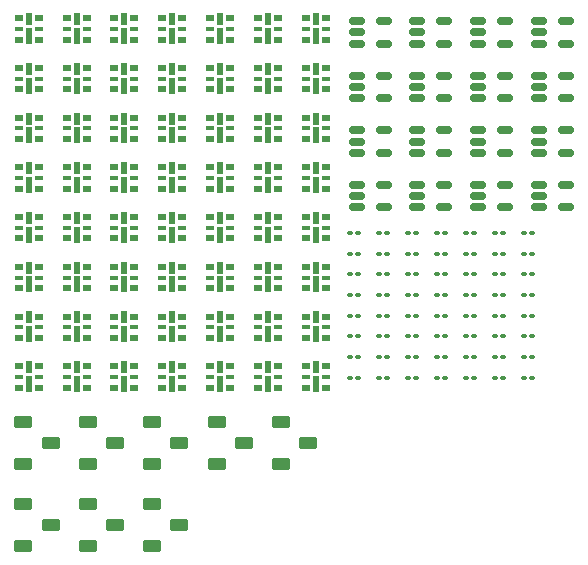
<source format=gbr>
%TF.GenerationSoftware,KiCad,Pcbnew,8.0.7*%
%TF.CreationDate,2025-01-04T02:12:22-08:00*%
%TF.ProjectId,PCB,5043422e-6b69-4636-9164-5f7063625858,rev?*%
%TF.SameCoordinates,Original*%
%TF.FileFunction,Soldermask,Top*%
%TF.FilePolarity,Negative*%
%FSLAX46Y46*%
G04 Gerber Fmt 4.6, Leading zero omitted, Abs format (unit mm)*
G04 Created by KiCad (PCBNEW 8.0.7) date 2025-01-04 02:12:22*
%MOMM*%
%LPD*%
G01*
G04 APERTURE LIST*
G04 Aperture macros list*
%AMRoundRect*
0 Rectangle with rounded corners*
0 $1 Rounding radius*
0 $2 $3 $4 $5 $6 $7 $8 $9 X,Y pos of 4 corners*
0 Add a 4 corners polygon primitive as box body*
4,1,4,$2,$3,$4,$5,$6,$7,$8,$9,$2,$3,0*
0 Add four circle primitives for the rounded corners*
1,1,$1+$1,$2,$3*
1,1,$1+$1,$4,$5*
1,1,$1+$1,$6,$7*
1,1,$1+$1,$8,$9*
0 Add four rect primitives between the rounded corners*
20,1,$1+$1,$2,$3,$4,$5,0*
20,1,$1+$1,$4,$5,$6,$7,0*
20,1,$1+$1,$6,$7,$8,$9,0*
20,1,$1+$1,$8,$9,$2,$3,0*%
G04 Aperture macros list end*
%ADD10R,0.800000X0.500000*%
%ADD11R,0.500000X1.000000*%
%ADD12R,0.800000X0.300000*%
%ADD13R,0.500000X1.480000*%
%ADD14RoundRect,0.150000X-0.512500X-0.150000X0.512500X-0.150000X0.512500X0.150000X-0.512500X0.150000X0*%
%ADD15RoundRect,0.100000X-0.130000X-0.100000X0.130000X-0.100000X0.130000X0.100000X-0.130000X0.100000X0*%
%ADD16RoundRect,0.250000X-0.550000X0.250000X-0.550000X-0.250000X0.550000X-0.250000X0.550000X0.250000X0*%
G04 APERTURE END LIST*
D10*
%TO.C,D43*%
X26565000Y-43470000D03*
D11*
X27415000Y-43540000D03*
D12*
X26565000Y-44370000D03*
D10*
X26565000Y-45270000D03*
X28265000Y-45270000D03*
D12*
X28265000Y-44370000D03*
D13*
X27415000Y-44960000D03*
D10*
X28265000Y-43470000D03*
%TD*%
D14*
%TO.C,U1*%
X51127500Y-18455000D03*
X51127500Y-19405000D03*
X51127500Y-20355000D03*
X53402500Y-20355000D03*
X53402500Y-18455000D03*
%TD*%
D15*
%TO.C,R9*%
X53045000Y-36380000D03*
X53685000Y-36380000D03*
%TD*%
%TO.C,R35*%
X60395000Y-39880000D03*
X61035000Y-39880000D03*
%TD*%
D14*
%TO.C,U7*%
X56277500Y-27705000D03*
X56277500Y-28655000D03*
X56277500Y-29605000D03*
X58552500Y-29605000D03*
X58552500Y-27705000D03*
%TD*%
D10*
%TO.C,D10*%
X34665000Y-22420000D03*
D11*
X35515000Y-22490000D03*
D12*
X34665000Y-23320000D03*
D10*
X34665000Y-24220000D03*
X36365000Y-24220000D03*
D12*
X36365000Y-23320000D03*
D13*
X35515000Y-23910000D03*
D10*
X36365000Y-22420000D03*
%TD*%
D15*
%TO.C,R46*%
X62845000Y-45130000D03*
X63485000Y-45130000D03*
%TD*%
D10*
%TO.C,D21*%
X22515000Y-30840000D03*
D11*
X23365000Y-30910000D03*
D12*
X22515000Y-31740000D03*
D10*
X22515000Y-32640000D03*
X24215000Y-32640000D03*
D12*
X24215000Y-31740000D03*
D13*
X23365000Y-32330000D03*
D10*
X24215000Y-30840000D03*
%TD*%
%TO.C,D33*%
X42765000Y-35050000D03*
D11*
X43615000Y-35120000D03*
D12*
X42765000Y-35950000D03*
D10*
X42765000Y-36850000D03*
X44465000Y-36850000D03*
D12*
X44465000Y-35950000D03*
D13*
X43615000Y-36540000D03*
D10*
X44465000Y-35050000D03*
%TD*%
%TO.C,D4*%
X38715000Y-18210000D03*
D11*
X39565000Y-18280000D03*
D12*
X38715000Y-19110000D03*
D10*
X38715000Y-20010000D03*
X40415000Y-20010000D03*
D12*
X40415000Y-19110000D03*
D13*
X39565000Y-19700000D03*
D10*
X40415000Y-18210000D03*
%TD*%
%TO.C,D40*%
X42765000Y-39260000D03*
D11*
X43615000Y-39330000D03*
D12*
X42765000Y-40160000D03*
D10*
X42765000Y-41060000D03*
X44465000Y-41060000D03*
D12*
X44465000Y-40160000D03*
D13*
X43615000Y-40750000D03*
D10*
X44465000Y-39260000D03*
%TD*%
%TO.C,D44*%
X30615000Y-43470000D03*
D11*
X31465000Y-43540000D03*
D12*
X30615000Y-44370000D03*
D10*
X30615000Y-45270000D03*
X32315000Y-45270000D03*
D12*
X32315000Y-44370000D03*
D13*
X31465000Y-44960000D03*
D10*
X32315000Y-43470000D03*
%TD*%
D16*
%TO.C,SW0*%
X22915000Y-52410000D03*
X25215000Y-54160000D03*
X22915000Y-55910000D03*
%TD*%
D15*
%TO.C,R15*%
X53045000Y-46880000D03*
X53685000Y-46880000D03*
%TD*%
D10*
%TO.C,D23*%
X30615000Y-30840000D03*
D11*
X31465000Y-30910000D03*
D12*
X30615000Y-31740000D03*
D10*
X30615000Y-32640000D03*
X32315000Y-32640000D03*
D12*
X32315000Y-31740000D03*
D13*
X31465000Y-32330000D03*
D10*
X32315000Y-30840000D03*
%TD*%
D15*
%TO.C,R6*%
X50595000Y-45130000D03*
X51235000Y-45130000D03*
%TD*%
D14*
%TO.C,U12*%
X61427500Y-32330000D03*
X61427500Y-33280000D03*
X61427500Y-34230000D03*
X63702500Y-34230000D03*
X63702500Y-32330000D03*
%TD*%
D15*
%TO.C,R17*%
X55495000Y-36380000D03*
X56135000Y-36380000D03*
%TD*%
D10*
%TO.C,D50*%
X26565000Y-47680000D03*
D11*
X27415000Y-47750000D03*
D12*
X26565000Y-48580000D03*
D10*
X26565000Y-49480000D03*
X28265000Y-49480000D03*
D12*
X28265000Y-48580000D03*
D13*
X27415000Y-49170000D03*
D10*
X28265000Y-47680000D03*
%TD*%
D14*
%TO.C,U5*%
X56277500Y-18455000D03*
X56277500Y-19405000D03*
X56277500Y-20355000D03*
X58552500Y-20355000D03*
X58552500Y-18455000D03*
%TD*%
D10*
%TO.C,D53*%
X38715000Y-47680000D03*
D11*
X39565000Y-47750000D03*
D12*
X38715000Y-48580000D03*
D10*
X38715000Y-49480000D03*
X40415000Y-49480000D03*
D12*
X40415000Y-48580000D03*
D13*
X39565000Y-49170000D03*
D10*
X40415000Y-47680000D03*
%TD*%
D16*
%TO.C,SW7*%
X33815000Y-59360000D03*
X36115000Y-61110000D03*
X33815000Y-62860000D03*
%TD*%
D15*
%TO.C,R55*%
X65295000Y-46880000D03*
X65935000Y-46880000D03*
%TD*%
D10*
%TO.C,D7*%
X22515000Y-22420000D03*
D11*
X23365000Y-22490000D03*
D12*
X22515000Y-23320000D03*
D10*
X22515000Y-24220000D03*
X24215000Y-24220000D03*
D12*
X24215000Y-23320000D03*
D13*
X23365000Y-23910000D03*
D10*
X24215000Y-22420000D03*
%TD*%
D15*
%TO.C,R2*%
X50595000Y-38130000D03*
X51235000Y-38130000D03*
%TD*%
D10*
%TO.C,D42*%
X22515000Y-43470000D03*
D11*
X23365000Y-43540000D03*
D12*
X22515000Y-44370000D03*
D10*
X22515000Y-45270000D03*
X24215000Y-45270000D03*
D12*
X24215000Y-44370000D03*
D13*
X23365000Y-44960000D03*
D10*
X24215000Y-43470000D03*
%TD*%
D15*
%TO.C,R1*%
X50595000Y-36380000D03*
X51235000Y-36380000D03*
%TD*%
%TO.C,R45*%
X62845000Y-43380000D03*
X63485000Y-43380000D03*
%TD*%
D10*
%TO.C,D24*%
X34665000Y-30840000D03*
D11*
X35515000Y-30910000D03*
D12*
X34665000Y-31740000D03*
D10*
X34665000Y-32640000D03*
X36365000Y-32640000D03*
D12*
X36365000Y-31740000D03*
D13*
X35515000Y-32330000D03*
D10*
X36365000Y-30840000D03*
%TD*%
D15*
%TO.C,R24*%
X55495000Y-48630000D03*
X56135000Y-48630000D03*
%TD*%
D10*
%TO.C,D6*%
X46815000Y-18210000D03*
D11*
X47665000Y-18280000D03*
D12*
X46815000Y-19110000D03*
D10*
X46815000Y-20010000D03*
X48515000Y-20010000D03*
D12*
X48515000Y-19110000D03*
D13*
X47665000Y-19700000D03*
D10*
X48515000Y-18210000D03*
%TD*%
%TO.C,D11*%
X38715000Y-22420000D03*
D11*
X39565000Y-22490000D03*
D12*
X38715000Y-23320000D03*
D10*
X38715000Y-24220000D03*
X40415000Y-24220000D03*
D12*
X40415000Y-23320000D03*
D13*
X39565000Y-23910000D03*
D10*
X40415000Y-22420000D03*
%TD*%
D15*
%TO.C,R37*%
X60395000Y-43380000D03*
X61035000Y-43380000D03*
%TD*%
D10*
%TO.C,D17*%
X34665000Y-26630000D03*
D11*
X35515000Y-26700000D03*
D12*
X34665000Y-27530000D03*
D10*
X34665000Y-28430000D03*
X36365000Y-28430000D03*
D12*
X36365000Y-27530000D03*
D13*
X35515000Y-28120000D03*
D10*
X36365000Y-26630000D03*
%TD*%
D15*
%TO.C,R20*%
X55495000Y-41630000D03*
X56135000Y-41630000D03*
%TD*%
%TO.C,R16*%
X53045000Y-48630000D03*
X53685000Y-48630000D03*
%TD*%
D10*
%TO.C,D12*%
X42765000Y-22420000D03*
D11*
X43615000Y-22490000D03*
D12*
X42765000Y-23320000D03*
D10*
X42765000Y-24220000D03*
X44465000Y-24220000D03*
D12*
X44465000Y-23320000D03*
D13*
X43615000Y-23910000D03*
D10*
X44465000Y-22420000D03*
%TD*%
D16*
%TO.C,SW4*%
X44715000Y-52410000D03*
X47015000Y-54160000D03*
X44715000Y-55910000D03*
%TD*%
D15*
%TO.C,R27*%
X57945000Y-39880000D03*
X58585000Y-39880000D03*
%TD*%
D10*
%TO.C,D37*%
X30615000Y-39260000D03*
D11*
X31465000Y-39330000D03*
D12*
X30615000Y-40160000D03*
D10*
X30615000Y-41060000D03*
X32315000Y-41060000D03*
D12*
X32315000Y-40160000D03*
D13*
X31465000Y-40750000D03*
D10*
X32315000Y-39260000D03*
%TD*%
%TO.C,D34*%
X46815000Y-35050000D03*
D11*
X47665000Y-35120000D03*
D12*
X46815000Y-35950000D03*
D10*
X46815000Y-36850000D03*
X48515000Y-36850000D03*
D12*
X48515000Y-35950000D03*
D13*
X47665000Y-36540000D03*
D10*
X48515000Y-35050000D03*
%TD*%
D15*
%TO.C,R7*%
X50595000Y-46880000D03*
X51235000Y-46880000D03*
%TD*%
D10*
%TO.C,D15*%
X26565000Y-26630000D03*
D11*
X27415000Y-26700000D03*
D12*
X26565000Y-27530000D03*
D10*
X26565000Y-28430000D03*
X28265000Y-28430000D03*
D12*
X28265000Y-27530000D03*
D13*
X27415000Y-28120000D03*
D10*
X28265000Y-26630000D03*
%TD*%
%TO.C,D25*%
X38715000Y-30840000D03*
D11*
X39565000Y-30910000D03*
D12*
X38715000Y-31740000D03*
D10*
X38715000Y-32640000D03*
X40415000Y-32640000D03*
D12*
X40415000Y-31740000D03*
D13*
X39565000Y-32330000D03*
D10*
X40415000Y-30840000D03*
%TD*%
D15*
%TO.C,R22*%
X55495000Y-45130000D03*
X56135000Y-45130000D03*
%TD*%
D10*
%TO.C,D49*%
X22515000Y-47680000D03*
D11*
X23365000Y-47750000D03*
D12*
X22515000Y-48580000D03*
D10*
X22515000Y-49480000D03*
X24215000Y-49480000D03*
D12*
X24215000Y-48580000D03*
D13*
X23365000Y-49170000D03*
D10*
X24215000Y-47680000D03*
%TD*%
D15*
%TO.C,R28*%
X57945000Y-41630000D03*
X58585000Y-41630000D03*
%TD*%
%TO.C,R5*%
X50595000Y-43380000D03*
X51235000Y-43380000D03*
%TD*%
%TO.C,R43*%
X62845000Y-39880000D03*
X63485000Y-39880000D03*
%TD*%
%TO.C,R38*%
X60395000Y-45130000D03*
X61035000Y-45130000D03*
%TD*%
D16*
%TO.C,SW2*%
X33815000Y-52410000D03*
X36115000Y-54160000D03*
X33815000Y-55910000D03*
%TD*%
D15*
%TO.C,R44*%
X62845000Y-41630000D03*
X63485000Y-41630000D03*
%TD*%
%TO.C,R50*%
X65295000Y-38130000D03*
X65935000Y-38130000D03*
%TD*%
D10*
%TO.C,D46*%
X38715000Y-43470000D03*
D11*
X39565000Y-43540000D03*
D12*
X38715000Y-44370000D03*
D10*
X38715000Y-45270000D03*
X40415000Y-45270000D03*
D12*
X40415000Y-44370000D03*
D13*
X39565000Y-44960000D03*
D10*
X40415000Y-43470000D03*
%TD*%
D14*
%TO.C,U10*%
X61427500Y-23080000D03*
X61427500Y-24030000D03*
X61427500Y-24980000D03*
X63702500Y-24980000D03*
X63702500Y-23080000D03*
%TD*%
%TO.C,U9*%
X61427500Y-18455000D03*
X61427500Y-19405000D03*
X61427500Y-20355000D03*
X63702500Y-20355000D03*
X63702500Y-18455000D03*
%TD*%
D15*
%TO.C,R8*%
X50595000Y-48630000D03*
X51235000Y-48630000D03*
%TD*%
D14*
%TO.C,U3*%
X51127500Y-27705000D03*
X51127500Y-28655000D03*
X51127500Y-29605000D03*
X53402500Y-29605000D03*
X53402500Y-27705000D03*
%TD*%
D10*
%TO.C,D9*%
X30615000Y-22420000D03*
D11*
X31465000Y-22490000D03*
D12*
X30615000Y-23320000D03*
D10*
X30615000Y-24220000D03*
X32315000Y-24220000D03*
D12*
X32315000Y-23320000D03*
D13*
X31465000Y-23910000D03*
D10*
X32315000Y-22420000D03*
%TD*%
%TO.C,D35*%
X22515000Y-39260000D03*
D11*
X23365000Y-39330000D03*
D12*
X22515000Y-40160000D03*
D10*
X22515000Y-41060000D03*
X24215000Y-41060000D03*
D12*
X24215000Y-40160000D03*
D13*
X23365000Y-40750000D03*
D10*
X24215000Y-39260000D03*
%TD*%
%TO.C,D26*%
X42765000Y-30840000D03*
D11*
X43615000Y-30910000D03*
D12*
X42765000Y-31740000D03*
D10*
X42765000Y-32640000D03*
X44465000Y-32640000D03*
D12*
X44465000Y-31740000D03*
D13*
X43615000Y-32330000D03*
D10*
X44465000Y-30840000D03*
%TD*%
%TO.C,D14*%
X22515000Y-26630000D03*
D11*
X23365000Y-26700000D03*
D12*
X22515000Y-27530000D03*
D10*
X22515000Y-28430000D03*
X24215000Y-28430000D03*
D12*
X24215000Y-27530000D03*
D13*
X23365000Y-28120000D03*
D10*
X24215000Y-26630000D03*
%TD*%
%TO.C,D48*%
X46815000Y-43470000D03*
D11*
X47665000Y-43540000D03*
D12*
X46815000Y-44370000D03*
D10*
X46815000Y-45270000D03*
X48515000Y-45270000D03*
D12*
X48515000Y-44370000D03*
D13*
X47665000Y-44960000D03*
D10*
X48515000Y-43470000D03*
%TD*%
%TO.C,D20*%
X46815000Y-26630000D03*
D11*
X47665000Y-26700000D03*
D12*
X46815000Y-27530000D03*
D10*
X46815000Y-28430000D03*
X48515000Y-28430000D03*
D12*
X48515000Y-27530000D03*
D13*
X47665000Y-28120000D03*
D10*
X48515000Y-26630000D03*
%TD*%
D15*
%TO.C,R32*%
X57945000Y-48630000D03*
X58585000Y-48630000D03*
%TD*%
D10*
%TO.C,D3*%
X34665000Y-18210000D03*
D11*
X35515000Y-18280000D03*
D12*
X34665000Y-19110000D03*
D10*
X34665000Y-20010000D03*
X36365000Y-20010000D03*
D12*
X36365000Y-19110000D03*
D13*
X35515000Y-19700000D03*
D10*
X36365000Y-18210000D03*
%TD*%
%TO.C,D54*%
X42765000Y-47680000D03*
D11*
X43615000Y-47750000D03*
D12*
X42765000Y-48580000D03*
D10*
X42765000Y-49480000D03*
X44465000Y-49480000D03*
D12*
X44465000Y-48580000D03*
D13*
X43615000Y-49170000D03*
D10*
X44465000Y-47680000D03*
%TD*%
D15*
%TO.C,R11*%
X53045000Y-39880000D03*
X53685000Y-39880000D03*
%TD*%
D10*
%TO.C,D1*%
X26565000Y-18210000D03*
D11*
X27415000Y-18280000D03*
D12*
X26565000Y-19110000D03*
D10*
X26565000Y-20010000D03*
X28265000Y-20010000D03*
D12*
X28265000Y-19110000D03*
D13*
X27415000Y-19700000D03*
D10*
X28265000Y-18210000D03*
%TD*%
D14*
%TO.C,U4*%
X51127500Y-32330000D03*
X51127500Y-33280000D03*
X51127500Y-34230000D03*
X53402500Y-34230000D03*
X53402500Y-32330000D03*
%TD*%
D10*
%TO.C,D51*%
X30615000Y-47680000D03*
D11*
X31465000Y-47750000D03*
D12*
X30615000Y-48580000D03*
D10*
X30615000Y-49480000D03*
X32315000Y-49480000D03*
D12*
X32315000Y-48580000D03*
D13*
X31465000Y-49170000D03*
D10*
X32315000Y-47680000D03*
%TD*%
D15*
%TO.C,R25*%
X57945000Y-36380000D03*
X58585000Y-36380000D03*
%TD*%
D16*
%TO.C,SW1*%
X28365000Y-52410000D03*
X30665000Y-54160000D03*
X28365000Y-55910000D03*
%TD*%
D14*
%TO.C,U14*%
X66577500Y-23080000D03*
X66577500Y-24030000D03*
X66577500Y-24980000D03*
X68852500Y-24980000D03*
X68852500Y-23080000D03*
%TD*%
D15*
%TO.C,R54*%
X65295000Y-45130000D03*
X65935000Y-45130000D03*
%TD*%
D10*
%TO.C,D19*%
X42765000Y-26630000D03*
D11*
X43615000Y-26700000D03*
D12*
X42765000Y-27530000D03*
D10*
X42765000Y-28430000D03*
X44465000Y-28430000D03*
D12*
X44465000Y-27530000D03*
D13*
X43615000Y-28120000D03*
D10*
X44465000Y-26630000D03*
%TD*%
%TO.C,D16*%
X30615000Y-26630000D03*
D11*
X31465000Y-26700000D03*
D12*
X30615000Y-27530000D03*
D10*
X30615000Y-28430000D03*
X32315000Y-28430000D03*
D12*
X32315000Y-27530000D03*
D13*
X31465000Y-28120000D03*
D10*
X32315000Y-26630000D03*
%TD*%
D15*
%TO.C,R51*%
X65295000Y-39880000D03*
X65935000Y-39880000D03*
%TD*%
%TO.C,R3*%
X50595000Y-39880000D03*
X51235000Y-39880000D03*
%TD*%
%TO.C,R47*%
X62845000Y-46880000D03*
X63485000Y-46880000D03*
%TD*%
%TO.C,R34*%
X60395000Y-38130000D03*
X61035000Y-38130000D03*
%TD*%
D10*
%TO.C,D2*%
X30615000Y-18210000D03*
D11*
X31465000Y-18280000D03*
D12*
X30615000Y-19110000D03*
D10*
X30615000Y-20010000D03*
X32315000Y-20010000D03*
D12*
X32315000Y-19110000D03*
D13*
X31465000Y-19700000D03*
D10*
X32315000Y-18210000D03*
%TD*%
D15*
%TO.C,R39*%
X60395000Y-46880000D03*
X61035000Y-46880000D03*
%TD*%
D14*
%TO.C,U11*%
X61427500Y-27705000D03*
X61427500Y-28655000D03*
X61427500Y-29605000D03*
X63702500Y-29605000D03*
X63702500Y-27705000D03*
%TD*%
D10*
%TO.C,D0*%
X22515000Y-18210000D03*
D11*
X23365000Y-18280000D03*
D12*
X22515000Y-19110000D03*
D10*
X22515000Y-20010000D03*
X24215000Y-20010000D03*
D12*
X24215000Y-19110000D03*
D13*
X23365000Y-19700000D03*
D10*
X24215000Y-18210000D03*
%TD*%
D15*
%TO.C,R14*%
X53045000Y-45130000D03*
X53685000Y-45130000D03*
%TD*%
%TO.C,R36*%
X60395000Y-41630000D03*
X61035000Y-41630000D03*
%TD*%
D10*
%TO.C,D28*%
X22515000Y-35050000D03*
D11*
X23365000Y-35120000D03*
D12*
X22515000Y-35950000D03*
D10*
X22515000Y-36850000D03*
X24215000Y-36850000D03*
D12*
X24215000Y-35950000D03*
D13*
X23365000Y-36540000D03*
D10*
X24215000Y-35050000D03*
%TD*%
D14*
%TO.C,U15*%
X66577500Y-27705000D03*
X66577500Y-28655000D03*
X66577500Y-29605000D03*
X68852500Y-29605000D03*
X68852500Y-27705000D03*
%TD*%
D10*
%TO.C,D22*%
X26565000Y-30840000D03*
D11*
X27415000Y-30910000D03*
D12*
X26565000Y-31740000D03*
D10*
X26565000Y-32640000D03*
X28265000Y-32640000D03*
D12*
X28265000Y-31740000D03*
D13*
X27415000Y-32330000D03*
D10*
X28265000Y-30840000D03*
%TD*%
D15*
%TO.C,R49*%
X65295000Y-36380000D03*
X65935000Y-36380000D03*
%TD*%
D10*
%TO.C,D13*%
X46815000Y-22420000D03*
D11*
X47665000Y-22490000D03*
D12*
X46815000Y-23320000D03*
D10*
X46815000Y-24220000D03*
X48515000Y-24220000D03*
D12*
X48515000Y-23320000D03*
D13*
X47665000Y-23910000D03*
D10*
X48515000Y-22420000D03*
%TD*%
%TO.C,D5*%
X42765000Y-18210000D03*
D11*
X43615000Y-18280000D03*
D12*
X42765000Y-19110000D03*
D10*
X42765000Y-20010000D03*
X44465000Y-20010000D03*
D12*
X44465000Y-19110000D03*
D13*
X43615000Y-19700000D03*
D10*
X44465000Y-18210000D03*
%TD*%
D15*
%TO.C,R10*%
X53045000Y-38130000D03*
X53685000Y-38130000D03*
%TD*%
%TO.C,R30*%
X57945000Y-45130000D03*
X58585000Y-45130000D03*
%TD*%
D10*
%TO.C,D38*%
X34665000Y-39260000D03*
D11*
X35515000Y-39330000D03*
D12*
X34665000Y-40160000D03*
D10*
X34665000Y-41060000D03*
X36365000Y-41060000D03*
D12*
X36365000Y-40160000D03*
D13*
X35515000Y-40750000D03*
D10*
X36365000Y-39260000D03*
%TD*%
D15*
%TO.C,R13*%
X53045000Y-43380000D03*
X53685000Y-43380000D03*
%TD*%
D16*
%TO.C,SW3*%
X39265000Y-52410000D03*
X41565000Y-54160000D03*
X39265000Y-55910000D03*
%TD*%
D15*
%TO.C,R31*%
X57945000Y-46880000D03*
X58585000Y-46880000D03*
%TD*%
D10*
%TO.C,D31*%
X34665000Y-35050000D03*
D11*
X35515000Y-35120000D03*
D12*
X34665000Y-35950000D03*
D10*
X34665000Y-36850000D03*
X36365000Y-36850000D03*
D12*
X36365000Y-35950000D03*
D13*
X35515000Y-36540000D03*
D10*
X36365000Y-35050000D03*
%TD*%
%TO.C,D30*%
X30615000Y-35050000D03*
D11*
X31465000Y-35120000D03*
D12*
X30615000Y-35950000D03*
D10*
X30615000Y-36850000D03*
X32315000Y-36850000D03*
D12*
X32315000Y-35950000D03*
D13*
X31465000Y-36540000D03*
D10*
X32315000Y-35050000D03*
%TD*%
%TO.C,D8*%
X26565000Y-22420000D03*
D11*
X27415000Y-22490000D03*
D12*
X26565000Y-23320000D03*
D10*
X26565000Y-24220000D03*
X28265000Y-24220000D03*
D12*
X28265000Y-23320000D03*
D13*
X27415000Y-23910000D03*
D10*
X28265000Y-22420000D03*
%TD*%
%TO.C,D36*%
X26565000Y-39260000D03*
D11*
X27415000Y-39330000D03*
D12*
X26565000Y-40160000D03*
D10*
X26565000Y-41060000D03*
X28265000Y-41060000D03*
D12*
X28265000Y-40160000D03*
D13*
X27415000Y-40750000D03*
D10*
X28265000Y-39260000D03*
%TD*%
D15*
%TO.C,R52*%
X65295000Y-41630000D03*
X65935000Y-41630000D03*
%TD*%
D10*
%TO.C,D18*%
X38715000Y-26630000D03*
D11*
X39565000Y-26700000D03*
D12*
X38715000Y-27530000D03*
D10*
X38715000Y-28430000D03*
X40415000Y-28430000D03*
D12*
X40415000Y-27530000D03*
D13*
X39565000Y-28120000D03*
D10*
X40415000Y-26630000D03*
%TD*%
D14*
%TO.C,U8*%
X56277500Y-32330000D03*
X56277500Y-33280000D03*
X56277500Y-34230000D03*
X58552500Y-34230000D03*
X58552500Y-32330000D03*
%TD*%
D15*
%TO.C,R41*%
X62845000Y-36380000D03*
X63485000Y-36380000D03*
%TD*%
%TO.C,R48*%
X62845000Y-48630000D03*
X63485000Y-48630000D03*
%TD*%
D14*
%TO.C,U16*%
X66577500Y-32330000D03*
X66577500Y-33280000D03*
X66577500Y-34230000D03*
X68852500Y-34230000D03*
X68852500Y-32330000D03*
%TD*%
%TO.C,U2*%
X51127500Y-23080000D03*
X51127500Y-24030000D03*
X51127500Y-24980000D03*
X53402500Y-24980000D03*
X53402500Y-23080000D03*
%TD*%
D10*
%TO.C,D45*%
X34665000Y-43470000D03*
D11*
X35515000Y-43540000D03*
D12*
X34665000Y-44370000D03*
D10*
X34665000Y-45270000D03*
X36365000Y-45270000D03*
D12*
X36365000Y-44370000D03*
D13*
X35515000Y-44960000D03*
D10*
X36365000Y-43470000D03*
%TD*%
%TO.C,D39*%
X38715000Y-39260000D03*
D11*
X39565000Y-39330000D03*
D12*
X38715000Y-40160000D03*
D10*
X38715000Y-41060000D03*
X40415000Y-41060000D03*
D12*
X40415000Y-40160000D03*
D13*
X39565000Y-40750000D03*
D10*
X40415000Y-39260000D03*
%TD*%
D15*
%TO.C,R26*%
X57945000Y-38130000D03*
X58585000Y-38130000D03*
%TD*%
D16*
%TO.C,SW6*%
X28365000Y-59360000D03*
X30665000Y-61110000D03*
X28365000Y-62860000D03*
%TD*%
D14*
%TO.C,U13*%
X66577500Y-18455000D03*
X66577500Y-19405000D03*
X66577500Y-20355000D03*
X68852500Y-20355000D03*
X68852500Y-18455000D03*
%TD*%
D15*
%TO.C,R42*%
X62845000Y-38130000D03*
X63485000Y-38130000D03*
%TD*%
D10*
%TO.C,D47*%
X42765000Y-43470000D03*
D11*
X43615000Y-43540000D03*
D12*
X42765000Y-44370000D03*
D10*
X42765000Y-45270000D03*
X44465000Y-45270000D03*
D12*
X44465000Y-44370000D03*
D13*
X43615000Y-44960000D03*
D10*
X44465000Y-43470000D03*
%TD*%
D15*
%TO.C,R40*%
X60395000Y-48630000D03*
X61035000Y-48630000D03*
%TD*%
D10*
%TO.C,D55*%
X46815000Y-47680000D03*
D11*
X47665000Y-47750000D03*
D12*
X46815000Y-48580000D03*
D10*
X46815000Y-49480000D03*
X48515000Y-49480000D03*
D12*
X48515000Y-48580000D03*
D13*
X47665000Y-49170000D03*
D10*
X48515000Y-47680000D03*
%TD*%
D15*
%TO.C,R4*%
X50595000Y-41630000D03*
X51235000Y-41630000D03*
%TD*%
D10*
%TO.C,D32*%
X38715000Y-35050000D03*
D11*
X39565000Y-35120000D03*
D12*
X38715000Y-35950000D03*
D10*
X38715000Y-36850000D03*
X40415000Y-36850000D03*
D12*
X40415000Y-35950000D03*
D13*
X39565000Y-36540000D03*
D10*
X40415000Y-35050000D03*
%TD*%
%TO.C,D52*%
X34665000Y-47680000D03*
D11*
X35515000Y-47750000D03*
D12*
X34665000Y-48580000D03*
D10*
X34665000Y-49480000D03*
X36365000Y-49480000D03*
D12*
X36365000Y-48580000D03*
D13*
X35515000Y-49170000D03*
D10*
X36365000Y-47680000D03*
%TD*%
D15*
%TO.C,R33*%
X60395000Y-36380000D03*
X61035000Y-36380000D03*
%TD*%
%TO.C,R56*%
X65295000Y-48630000D03*
X65935000Y-48630000D03*
%TD*%
%TO.C,R29*%
X57945000Y-43380000D03*
X58585000Y-43380000D03*
%TD*%
%TO.C,R53*%
X65295000Y-43380000D03*
X65935000Y-43380000D03*
%TD*%
D10*
%TO.C,D41*%
X46815000Y-39260000D03*
D11*
X47665000Y-39330000D03*
D12*
X46815000Y-40160000D03*
D10*
X46815000Y-41060000D03*
X48515000Y-41060000D03*
D12*
X48515000Y-40160000D03*
D13*
X47665000Y-40750000D03*
D10*
X48515000Y-39260000D03*
%TD*%
D15*
%TO.C,R18*%
X55495000Y-38130000D03*
X56135000Y-38130000D03*
%TD*%
D14*
%TO.C,U6*%
X56277500Y-23080000D03*
X56277500Y-24030000D03*
X56277500Y-24980000D03*
X58552500Y-24980000D03*
X58552500Y-23080000D03*
%TD*%
D15*
%TO.C,R21*%
X55495000Y-43380000D03*
X56135000Y-43380000D03*
%TD*%
D10*
%TO.C,D29*%
X26565000Y-35050000D03*
D11*
X27415000Y-35120000D03*
D12*
X26565000Y-35950000D03*
D10*
X26565000Y-36850000D03*
X28265000Y-36850000D03*
D12*
X28265000Y-35950000D03*
D13*
X27415000Y-36540000D03*
D10*
X28265000Y-35050000D03*
%TD*%
%TO.C,D27*%
X46815000Y-30840000D03*
D11*
X47665000Y-30910000D03*
D12*
X46815000Y-31740000D03*
D10*
X46815000Y-32640000D03*
X48515000Y-32640000D03*
D12*
X48515000Y-31740000D03*
D13*
X47665000Y-32330000D03*
D10*
X48515000Y-30840000D03*
%TD*%
D15*
%TO.C,R19*%
X55495000Y-39880000D03*
X56135000Y-39880000D03*
%TD*%
D16*
%TO.C,SW5*%
X22915000Y-59360000D03*
X25215000Y-61110000D03*
X22915000Y-62860000D03*
%TD*%
D15*
%TO.C,R12*%
X53045000Y-41630000D03*
X53685000Y-41630000D03*
%TD*%
%TO.C,R23*%
X55495000Y-46880000D03*
X56135000Y-46880000D03*
%TD*%
M02*

</source>
